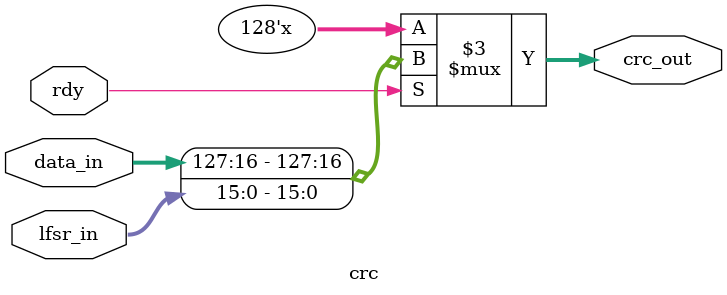
<source format=v>
/*
	Cyclic Redundancy Check(for TLP)
	This code takes a squence number that is appended to 
	the TLP at the MSB that is received. Then the CRC that
	is generated will be appended to the LSB of the TLP.

	Waits for LFSR to finish generating 16bit CRC then 
	appends CRC to TLP and allows output

*/

module crc(rdy, data_in, lfsr_in, crc_out);
input rdy;
input [127:0] data_in;
input [15:0] lfsr_in;
output reg [127:0] crc_out;			
								// everytime we read the next byte assign seq num												// seq_num (4bit + 12bit) + tlp_in (96 bit) + 16 bit 0s = 96 bits
								// increment sequence number
reg [127:0] crc_out;						// append sequence number to beginning of tlp and 16 bit 0 to end
								// lfsr will take the appended data and output 16 bit crc

always@(*)begin				
	if(rdy) begin						
	crc_out = {data_in[127:16],lfsr_in};
	end
end										
										
endmodule


</source>
